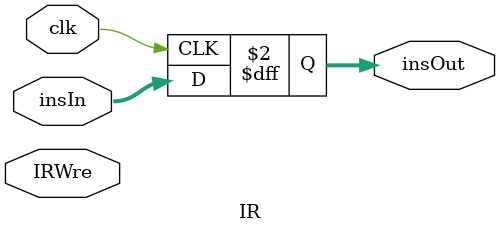
<source format=v>
`timescale 1ns / 1ps


module IR(//½«Ö¸ÁîËø´æ
    input clk,
    input IRWre,//IRµÄÊ¹ÄÜÐÅºÅ
    input [31:0] insIn,//ÊäÈëÖ¸Áî£¬½«µ±Ç°Ö¸Áî´æ´¢ÆðÀ´
    output reg [31:0] insOut
    );
    
    always @(negedge clk) begin
        insOut <= insIn;//Ö¸ÁîÊä³ö
    end
    
endmodule

</source>
